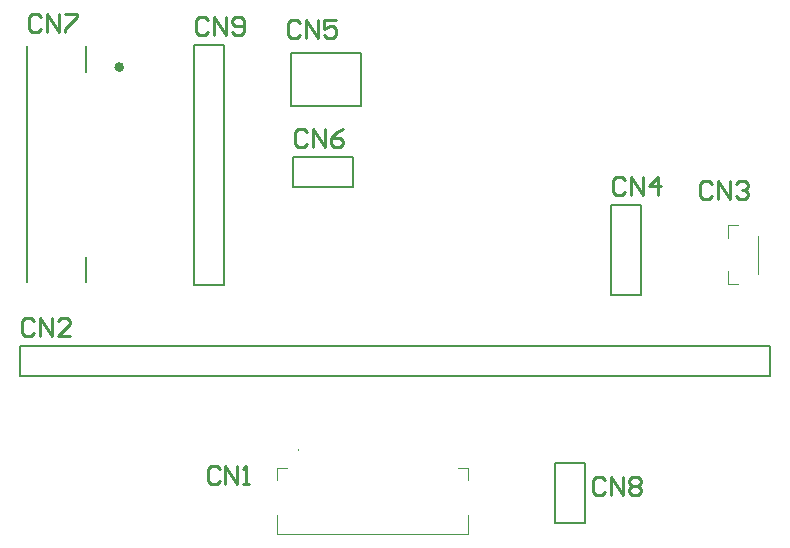
<source format=gto>
G04*
G04 #@! TF.GenerationSoftware,Altium Limited,Altium Designer,23.3.1 (30)*
G04*
G04 Layer_Color=65535*
%FSLAX25Y25*%
%MOIN*%
G70*
G04*
G04 #@! TF.SameCoordinates,C9CCD98B-DB78-4EC8-A63A-9DC0D68B0965*
G04*
G04*
G04 #@! TF.FilePolarity,Positive*
G04*
G01*
G75*
%ADD10C,0.00394*%
%ADD11C,0.01575*%
%ADD12C,0.00787*%
%ADD13C,0.01000*%
D10*
X379394Y184673D02*
G03*
X379394Y184280I0J-197D01*
G01*
D02*
G03*
X379394Y184673I0J197D01*
G01*
X372307Y156327D02*
Y162626D01*
Y156327D02*
X435693D01*
Y162626D01*
Y174437D02*
Y178342D01*
X432587Y178374D02*
X435693Y178342D01*
X372307Y178374D02*
X375492D01*
X372307Y174437D02*
Y178374D01*
X522551Y239721D02*
Y244051D01*
Y239721D02*
X525701D01*
X522551Y255075D02*
Y259405D01*
X525701D01*
X532394Y243264D02*
Y255862D01*
D11*
X320384Y312075D02*
G03*
X320384Y312075I-810J0D01*
G01*
D12*
X465000Y180000D02*
X475000D01*
Y160000D02*
Y180000D01*
X465000Y160000D02*
X475000D01*
X465000D02*
Y180000D01*
X493500Y236000D02*
Y266000D01*
X483500D02*
X493500D01*
X483500Y236000D02*
Y266000D01*
Y236000D02*
X493500D01*
X536500Y209000D02*
Y219000D01*
X286500Y209000D02*
X536500D01*
X286500D02*
Y219000D01*
X294000D01*
X536500D01*
X397500Y272000D02*
Y282000D01*
X377500Y272000D02*
X397500D01*
X377500D02*
Y282000D01*
X397500D01*
X376949Y316693D02*
X400177D01*
Y298976D02*
Y316693D01*
X376949Y298976D02*
X400177D01*
X376949D02*
Y316693D01*
X308583Y310449D02*
Y319181D01*
X288898Y240441D02*
Y319181D01*
X308583Y240441D02*
Y248677D01*
X344500Y239500D02*
X354500D01*
X344500D02*
Y319500D01*
X354500D01*
Y239500D02*
Y319500D01*
D13*
X353001Y177999D02*
X352001Y178999D01*
X350002D01*
X349002Y177999D01*
Y174001D01*
X350002Y173001D01*
X352001D01*
X353001Y174001D01*
X355000Y173001D02*
Y178999D01*
X358999Y173001D01*
Y178999D01*
X360998Y173001D02*
X362998D01*
X361998D01*
Y178999D01*
X360998Y177999D01*
X481501Y174499D02*
X480502Y175499D01*
X478502D01*
X477503Y174499D01*
Y170501D01*
X478502Y169501D01*
X480502D01*
X481501Y170501D01*
X483501Y169501D02*
Y175499D01*
X487499Y169501D01*
Y175499D01*
X489499Y174499D02*
X490498Y175499D01*
X492498D01*
X493497Y174499D01*
Y173500D01*
X492498Y172500D01*
X493497Y171500D01*
Y170501D01*
X492498Y169501D01*
X490498D01*
X489499Y170501D01*
Y171500D01*
X490498Y172500D01*
X489499Y173500D01*
Y174499D01*
X490498Y172500D02*
X492498D01*
X488099Y274398D02*
X487099Y275398D01*
X485100D01*
X484100Y274398D01*
Y270400D01*
X485100Y269400D01*
X487099D01*
X488099Y270400D01*
X490098Y269400D02*
Y275398D01*
X494097Y269400D01*
Y275398D01*
X499095Y269400D02*
Y275398D01*
X496096Y272399D01*
X500095D01*
X517299Y273098D02*
X516299Y274098D01*
X514300D01*
X513300Y273098D01*
Y269100D01*
X514300Y268100D01*
X516299D01*
X517299Y269100D01*
X519298Y268100D02*
Y274098D01*
X523297Y268100D01*
Y274098D01*
X525296Y273098D02*
X526296Y274098D01*
X528295D01*
X529295Y273098D01*
Y272099D01*
X528295Y271099D01*
X527295D01*
X528295D01*
X529295Y270099D01*
Y269100D01*
X528295Y268100D01*
X526296D01*
X525296Y269100D01*
X291099Y227398D02*
X290099Y228398D01*
X288100D01*
X287100Y227398D01*
Y223400D01*
X288100Y222400D01*
X290099D01*
X291099Y223400D01*
X293098Y222400D02*
Y228398D01*
X297097Y222400D01*
Y228398D01*
X303095Y222400D02*
X299096D01*
X303095Y226399D01*
Y227398D01*
X302095Y228398D01*
X300096D01*
X299096Y227398D01*
X382099Y290398D02*
X381099Y291398D01*
X379100D01*
X378100Y290398D01*
Y286400D01*
X379100Y285400D01*
X381099D01*
X382099Y286400D01*
X384098Y285400D02*
Y291398D01*
X388097Y285400D01*
Y291398D01*
X394095D02*
X392095Y290398D01*
X390096Y288399D01*
Y286400D01*
X391096Y285400D01*
X393095D01*
X394095Y286400D01*
Y287399D01*
X393095Y288399D01*
X390096D01*
X379799Y326698D02*
X378799Y327698D01*
X376800D01*
X375800Y326698D01*
Y322700D01*
X376800Y321700D01*
X378799D01*
X379799Y322700D01*
X381798Y321700D02*
Y327698D01*
X385797Y321700D01*
Y327698D01*
X391795D02*
X387796D01*
Y324699D01*
X389795Y325699D01*
X390795D01*
X391795Y324699D01*
Y322700D01*
X390795Y321700D01*
X388796D01*
X387796Y322700D01*
X293499Y328698D02*
X292499Y329698D01*
X290500D01*
X289500Y328698D01*
Y324700D01*
X290500Y323700D01*
X292499D01*
X293499Y324700D01*
X295498Y323700D02*
Y329698D01*
X299497Y323700D01*
Y329698D01*
X301496D02*
X305495D01*
Y328698D01*
X301496Y324700D01*
Y323700D01*
X349099Y327898D02*
X348099Y328898D01*
X346100D01*
X345100Y327898D01*
Y323900D01*
X346100Y322900D01*
X348099D01*
X349099Y323900D01*
X351098Y322900D02*
Y328898D01*
X355097Y322900D01*
Y328898D01*
X357096Y323900D02*
X358096Y322900D01*
X360095D01*
X361095Y323900D01*
Y327898D01*
X360095Y328898D01*
X358096D01*
X357096Y327898D01*
Y326899D01*
X358096Y325899D01*
X361095D01*
M02*

</source>
